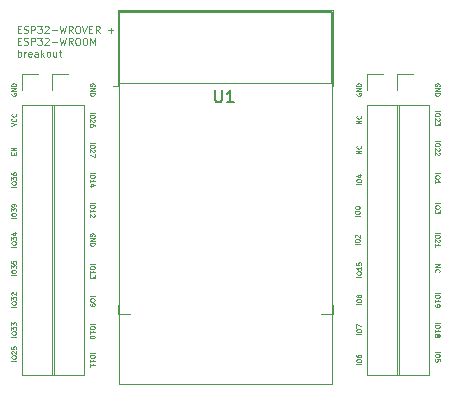
<source format=gto>
G04 #@! TF.GenerationSoftware,KiCad,Pcbnew,5.1.5*
G04 #@! TF.CreationDate,2020-04-27T00:38:35+01:00*
G04 #@! TF.ProjectId,esp32-wrover-breakout,65737033-322d-4777-926f-7665722d6272,rev?*
G04 #@! TF.SameCoordinates,Original*
G04 #@! TF.FileFunction,Legend,Top*
G04 #@! TF.FilePolarity,Positive*
%FSLAX46Y46*%
G04 Gerber Fmt 4.6, Leading zero omitted, Abs format (unit mm)*
G04 Created by KiCad (PCBNEW 5.1.5) date 2020-04-27 00:38:35*
%MOMM*%
%LPD*%
G04 APERTURE LIST*
%ADD10C,0.070000*%
%ADD11C,0.100000*%
%ADD12C,0.120000*%
%ADD13C,0.050000*%
%ADD14C,0.150000*%
G04 APERTURE END LIST*
D10*
X149533000Y-71424761D02*
X149513952Y-71462857D01*
X149513952Y-71520000D01*
X149533000Y-71577142D01*
X149571095Y-71615238D01*
X149609190Y-71634285D01*
X149685380Y-71653333D01*
X149742523Y-71653333D01*
X149818714Y-71634285D01*
X149856809Y-71615238D01*
X149894904Y-71577142D01*
X149913952Y-71520000D01*
X149913952Y-71481904D01*
X149894904Y-71424761D01*
X149875857Y-71405714D01*
X149742523Y-71405714D01*
X149742523Y-71481904D01*
X149913952Y-71234285D02*
X149513952Y-71234285D01*
X149913952Y-71005714D01*
X149513952Y-71005714D01*
X149913952Y-70815238D02*
X149513952Y-70815238D01*
X149513952Y-70720000D01*
X149533000Y-70662857D01*
X149571095Y-70624761D01*
X149609190Y-70605714D01*
X149685380Y-70586666D01*
X149742523Y-70586666D01*
X149818714Y-70605714D01*
X149856809Y-70624761D01*
X149894904Y-70662857D01*
X149913952Y-70720000D01*
X149913952Y-70815238D01*
X149913952Y-73974285D02*
X149513952Y-73974285D01*
X149913952Y-73745714D01*
X149513952Y-73745714D01*
X149875857Y-73326666D02*
X149894904Y-73345714D01*
X149913952Y-73402857D01*
X149913952Y-73440952D01*
X149894904Y-73498095D01*
X149856809Y-73536190D01*
X149818714Y-73555238D01*
X149742523Y-73574285D01*
X149685380Y-73574285D01*
X149609190Y-73555238D01*
X149571095Y-73536190D01*
X149533000Y-73498095D01*
X149513952Y-73440952D01*
X149513952Y-73402857D01*
X149533000Y-73345714D01*
X149552047Y-73326666D01*
X149913952Y-76514285D02*
X149513952Y-76514285D01*
X149913952Y-76285714D01*
X149513952Y-76285714D01*
X149875857Y-75866666D02*
X149894904Y-75885714D01*
X149913952Y-75942857D01*
X149913952Y-75980952D01*
X149894904Y-76038095D01*
X149856809Y-76076190D01*
X149818714Y-76095238D01*
X149742523Y-76114285D01*
X149685380Y-76114285D01*
X149609190Y-76095238D01*
X149571095Y-76076190D01*
X149533000Y-76038095D01*
X149513952Y-75980952D01*
X149513952Y-75942857D01*
X149533000Y-75885714D01*
X149552047Y-75866666D01*
X149913952Y-79140000D02*
X149513952Y-79140000D01*
X149513952Y-78873333D02*
X149513952Y-78797142D01*
X149533000Y-78759047D01*
X149571095Y-78720952D01*
X149647285Y-78701904D01*
X149780619Y-78701904D01*
X149856809Y-78720952D01*
X149894904Y-78759047D01*
X149913952Y-78797142D01*
X149913952Y-78873333D01*
X149894904Y-78911428D01*
X149856809Y-78949523D01*
X149780619Y-78968571D01*
X149647285Y-78968571D01*
X149571095Y-78949523D01*
X149533000Y-78911428D01*
X149513952Y-78873333D01*
X149647285Y-78359047D02*
X149913952Y-78359047D01*
X149494904Y-78454285D02*
X149780619Y-78549523D01*
X149780619Y-78301904D01*
X149786952Y-81807000D02*
X149386952Y-81807000D01*
X149386952Y-81540333D02*
X149386952Y-81464142D01*
X149406000Y-81426047D01*
X149444095Y-81387952D01*
X149520285Y-81368904D01*
X149653619Y-81368904D01*
X149729809Y-81387952D01*
X149767904Y-81426047D01*
X149786952Y-81464142D01*
X149786952Y-81540333D01*
X149767904Y-81578428D01*
X149729809Y-81616523D01*
X149653619Y-81635571D01*
X149520285Y-81635571D01*
X149444095Y-81616523D01*
X149406000Y-81578428D01*
X149386952Y-81540333D01*
X149386952Y-81121285D02*
X149386952Y-81083190D01*
X149406000Y-81045095D01*
X149425047Y-81026047D01*
X149463142Y-81007000D01*
X149539333Y-80987952D01*
X149634571Y-80987952D01*
X149710761Y-81007000D01*
X149748857Y-81026047D01*
X149767904Y-81045095D01*
X149786952Y-81083190D01*
X149786952Y-81121285D01*
X149767904Y-81159380D01*
X149748857Y-81178428D01*
X149710761Y-81197476D01*
X149634571Y-81216523D01*
X149539333Y-81216523D01*
X149463142Y-81197476D01*
X149425047Y-81178428D01*
X149406000Y-81159380D01*
X149386952Y-81121285D01*
X149786952Y-84220000D02*
X149386952Y-84220000D01*
X149386952Y-83953333D02*
X149386952Y-83877142D01*
X149406000Y-83839047D01*
X149444095Y-83800952D01*
X149520285Y-83781904D01*
X149653619Y-83781904D01*
X149729809Y-83800952D01*
X149767904Y-83839047D01*
X149786952Y-83877142D01*
X149786952Y-83953333D01*
X149767904Y-83991428D01*
X149729809Y-84029523D01*
X149653619Y-84048571D01*
X149520285Y-84048571D01*
X149444095Y-84029523D01*
X149406000Y-83991428D01*
X149386952Y-83953333D01*
X149425047Y-83629523D02*
X149406000Y-83610476D01*
X149386952Y-83572380D01*
X149386952Y-83477142D01*
X149406000Y-83439047D01*
X149425047Y-83420000D01*
X149463142Y-83400952D01*
X149501238Y-83400952D01*
X149558380Y-83420000D01*
X149786952Y-83648571D01*
X149786952Y-83400952D01*
X149913952Y-86950476D02*
X149513952Y-86950476D01*
X149513952Y-86683809D02*
X149513952Y-86607619D01*
X149533000Y-86569523D01*
X149571095Y-86531428D01*
X149647285Y-86512380D01*
X149780619Y-86512380D01*
X149856809Y-86531428D01*
X149894904Y-86569523D01*
X149913952Y-86607619D01*
X149913952Y-86683809D01*
X149894904Y-86721904D01*
X149856809Y-86760000D01*
X149780619Y-86779047D01*
X149647285Y-86779047D01*
X149571095Y-86760000D01*
X149533000Y-86721904D01*
X149513952Y-86683809D01*
X149913952Y-86131428D02*
X149913952Y-86360000D01*
X149913952Y-86245714D02*
X149513952Y-86245714D01*
X149571095Y-86283809D01*
X149609190Y-86321904D01*
X149628238Y-86360000D01*
X149513952Y-85769523D02*
X149513952Y-85960000D01*
X149704428Y-85979047D01*
X149685380Y-85960000D01*
X149666333Y-85921904D01*
X149666333Y-85826666D01*
X149685380Y-85788571D01*
X149704428Y-85769523D01*
X149742523Y-85750476D01*
X149837761Y-85750476D01*
X149875857Y-85769523D01*
X149894904Y-85788571D01*
X149913952Y-85826666D01*
X149913952Y-85921904D01*
X149894904Y-85960000D01*
X149875857Y-85979047D01*
X149913952Y-89300000D02*
X149513952Y-89300000D01*
X149513952Y-89033333D02*
X149513952Y-88957142D01*
X149533000Y-88919047D01*
X149571095Y-88880952D01*
X149647285Y-88861904D01*
X149780619Y-88861904D01*
X149856809Y-88880952D01*
X149894904Y-88919047D01*
X149913952Y-88957142D01*
X149913952Y-89033333D01*
X149894904Y-89071428D01*
X149856809Y-89109523D01*
X149780619Y-89128571D01*
X149647285Y-89128571D01*
X149571095Y-89109523D01*
X149533000Y-89071428D01*
X149513952Y-89033333D01*
X149685380Y-88633333D02*
X149666333Y-88671428D01*
X149647285Y-88690476D01*
X149609190Y-88709523D01*
X149590142Y-88709523D01*
X149552047Y-88690476D01*
X149533000Y-88671428D01*
X149513952Y-88633333D01*
X149513952Y-88557142D01*
X149533000Y-88519047D01*
X149552047Y-88500000D01*
X149590142Y-88480952D01*
X149609190Y-88480952D01*
X149647285Y-88500000D01*
X149666333Y-88519047D01*
X149685380Y-88557142D01*
X149685380Y-88633333D01*
X149704428Y-88671428D01*
X149723476Y-88690476D01*
X149761571Y-88709523D01*
X149837761Y-88709523D01*
X149875857Y-88690476D01*
X149894904Y-88671428D01*
X149913952Y-88633333D01*
X149913952Y-88557142D01*
X149894904Y-88519047D01*
X149875857Y-88500000D01*
X149837761Y-88480952D01*
X149761571Y-88480952D01*
X149723476Y-88500000D01*
X149704428Y-88519047D01*
X149685380Y-88557142D01*
X149913952Y-91840000D02*
X149513952Y-91840000D01*
X149513952Y-91573333D02*
X149513952Y-91497142D01*
X149533000Y-91459047D01*
X149571095Y-91420952D01*
X149647285Y-91401904D01*
X149780619Y-91401904D01*
X149856809Y-91420952D01*
X149894904Y-91459047D01*
X149913952Y-91497142D01*
X149913952Y-91573333D01*
X149894904Y-91611428D01*
X149856809Y-91649523D01*
X149780619Y-91668571D01*
X149647285Y-91668571D01*
X149571095Y-91649523D01*
X149533000Y-91611428D01*
X149513952Y-91573333D01*
X149513952Y-91268571D02*
X149513952Y-91001904D01*
X149913952Y-91173333D01*
X149913952Y-94380000D02*
X149513952Y-94380000D01*
X149513952Y-94113333D02*
X149513952Y-94037142D01*
X149533000Y-93999047D01*
X149571095Y-93960952D01*
X149647285Y-93941904D01*
X149780619Y-93941904D01*
X149856809Y-93960952D01*
X149894904Y-93999047D01*
X149913952Y-94037142D01*
X149913952Y-94113333D01*
X149894904Y-94151428D01*
X149856809Y-94189523D01*
X149780619Y-94208571D01*
X149647285Y-94208571D01*
X149571095Y-94189523D01*
X149533000Y-94151428D01*
X149513952Y-94113333D01*
X149513952Y-93599047D02*
X149513952Y-93675238D01*
X149533000Y-93713333D01*
X149552047Y-93732380D01*
X149609190Y-93770476D01*
X149685380Y-93789523D01*
X149837761Y-93789523D01*
X149875857Y-93770476D01*
X149894904Y-93751428D01*
X149913952Y-93713333D01*
X149913952Y-93637142D01*
X149894904Y-93599047D01*
X149875857Y-93580000D01*
X149837761Y-93560952D01*
X149742523Y-93560952D01*
X149704428Y-93580000D01*
X149685380Y-93599047D01*
X149666333Y-93637142D01*
X149666333Y-93713333D01*
X149685380Y-93751428D01*
X149704428Y-93770476D01*
X149742523Y-93789523D01*
X156156047Y-93326000D02*
X156556047Y-93326000D01*
X156556047Y-93592666D02*
X156556047Y-93668857D01*
X156537000Y-93706952D01*
X156498904Y-93745047D01*
X156422714Y-93764095D01*
X156289380Y-93764095D01*
X156213190Y-93745047D01*
X156175095Y-93706952D01*
X156156047Y-93668857D01*
X156156047Y-93592666D01*
X156175095Y-93554571D01*
X156213190Y-93516476D01*
X156289380Y-93497428D01*
X156422714Y-93497428D01*
X156498904Y-93516476D01*
X156537000Y-93554571D01*
X156556047Y-93592666D01*
X156556047Y-94126000D02*
X156556047Y-93935523D01*
X156365571Y-93916476D01*
X156384619Y-93935523D01*
X156403666Y-93973619D01*
X156403666Y-94068857D01*
X156384619Y-94106952D01*
X156365571Y-94126000D01*
X156327476Y-94145047D01*
X156232238Y-94145047D01*
X156194142Y-94126000D01*
X156175095Y-94106952D01*
X156156047Y-94068857D01*
X156156047Y-93973619D01*
X156175095Y-93935523D01*
X156194142Y-93916476D01*
X156156047Y-90849523D02*
X156556047Y-90849523D01*
X156556047Y-91116190D02*
X156556047Y-91192380D01*
X156537000Y-91230476D01*
X156498904Y-91268571D01*
X156422714Y-91287619D01*
X156289380Y-91287619D01*
X156213190Y-91268571D01*
X156175095Y-91230476D01*
X156156047Y-91192380D01*
X156156047Y-91116190D01*
X156175095Y-91078095D01*
X156213190Y-91040000D01*
X156289380Y-91020952D01*
X156422714Y-91020952D01*
X156498904Y-91040000D01*
X156537000Y-91078095D01*
X156556047Y-91116190D01*
X156156047Y-91668571D02*
X156156047Y-91440000D01*
X156156047Y-91554285D02*
X156556047Y-91554285D01*
X156498904Y-91516190D01*
X156460809Y-91478095D01*
X156441761Y-91440000D01*
X156384619Y-91897142D02*
X156403666Y-91859047D01*
X156422714Y-91840000D01*
X156460809Y-91820952D01*
X156479857Y-91820952D01*
X156517952Y-91840000D01*
X156537000Y-91859047D01*
X156556047Y-91897142D01*
X156556047Y-91973333D01*
X156537000Y-92011428D01*
X156517952Y-92030476D01*
X156479857Y-92049523D01*
X156460809Y-92049523D01*
X156422714Y-92030476D01*
X156403666Y-92011428D01*
X156384619Y-91973333D01*
X156384619Y-91897142D01*
X156365571Y-91859047D01*
X156346523Y-91840000D01*
X156308428Y-91820952D01*
X156232238Y-91820952D01*
X156194142Y-91840000D01*
X156175095Y-91859047D01*
X156156047Y-91897142D01*
X156156047Y-91973333D01*
X156175095Y-92011428D01*
X156194142Y-92030476D01*
X156232238Y-92049523D01*
X156308428Y-92049523D01*
X156346523Y-92030476D01*
X156365571Y-92011428D01*
X156384619Y-91973333D01*
X156156047Y-88309523D02*
X156556047Y-88309523D01*
X156556047Y-88576190D02*
X156556047Y-88652380D01*
X156537000Y-88690476D01*
X156498904Y-88728571D01*
X156422714Y-88747619D01*
X156289380Y-88747619D01*
X156213190Y-88728571D01*
X156175095Y-88690476D01*
X156156047Y-88652380D01*
X156156047Y-88576190D01*
X156175095Y-88538095D01*
X156213190Y-88500000D01*
X156289380Y-88480952D01*
X156422714Y-88480952D01*
X156498904Y-88500000D01*
X156537000Y-88538095D01*
X156556047Y-88576190D01*
X156156047Y-89128571D02*
X156156047Y-88900000D01*
X156156047Y-89014285D02*
X156556047Y-89014285D01*
X156498904Y-88976190D01*
X156460809Y-88938095D01*
X156441761Y-88900000D01*
X156156047Y-89319047D02*
X156156047Y-89395238D01*
X156175095Y-89433333D01*
X156194142Y-89452380D01*
X156251285Y-89490476D01*
X156327476Y-89509523D01*
X156479857Y-89509523D01*
X156517952Y-89490476D01*
X156537000Y-89471428D01*
X156556047Y-89433333D01*
X156556047Y-89357142D01*
X156537000Y-89319047D01*
X156517952Y-89300000D01*
X156479857Y-89280952D01*
X156384619Y-89280952D01*
X156346523Y-89300000D01*
X156327476Y-89319047D01*
X156308428Y-89357142D01*
X156308428Y-89433333D01*
X156327476Y-89471428D01*
X156346523Y-89490476D01*
X156384619Y-89509523D01*
X156156047Y-85918714D02*
X156556047Y-85918714D01*
X156156047Y-86147285D01*
X156556047Y-86147285D01*
X156194142Y-86566333D02*
X156175095Y-86547285D01*
X156156047Y-86490142D01*
X156156047Y-86452047D01*
X156175095Y-86394904D01*
X156213190Y-86356809D01*
X156251285Y-86337761D01*
X156327476Y-86318714D01*
X156384619Y-86318714D01*
X156460809Y-86337761D01*
X156498904Y-86356809D01*
X156537000Y-86394904D01*
X156556047Y-86452047D01*
X156556047Y-86490142D01*
X156537000Y-86547285D01*
X156517952Y-86566333D01*
X156156047Y-83229523D02*
X156556047Y-83229523D01*
X156556047Y-83496190D02*
X156556047Y-83572380D01*
X156537000Y-83610476D01*
X156498904Y-83648571D01*
X156422714Y-83667619D01*
X156289380Y-83667619D01*
X156213190Y-83648571D01*
X156175095Y-83610476D01*
X156156047Y-83572380D01*
X156156047Y-83496190D01*
X156175095Y-83458095D01*
X156213190Y-83420000D01*
X156289380Y-83400952D01*
X156422714Y-83400952D01*
X156498904Y-83420000D01*
X156537000Y-83458095D01*
X156556047Y-83496190D01*
X156517952Y-83820000D02*
X156537000Y-83839047D01*
X156556047Y-83877142D01*
X156556047Y-83972380D01*
X156537000Y-84010476D01*
X156517952Y-84029523D01*
X156479857Y-84048571D01*
X156441761Y-84048571D01*
X156384619Y-84029523D01*
X156156047Y-83800952D01*
X156156047Y-84048571D01*
X156156047Y-84429523D02*
X156156047Y-84200952D01*
X156156047Y-84315238D02*
X156556047Y-84315238D01*
X156498904Y-84277142D01*
X156460809Y-84239047D01*
X156441761Y-84200952D01*
X156156047Y-80753000D02*
X156556047Y-80753000D01*
X156556047Y-81019666D02*
X156556047Y-81095857D01*
X156537000Y-81133952D01*
X156498904Y-81172047D01*
X156422714Y-81191095D01*
X156289380Y-81191095D01*
X156213190Y-81172047D01*
X156175095Y-81133952D01*
X156156047Y-81095857D01*
X156156047Y-81019666D01*
X156175095Y-80981571D01*
X156213190Y-80943476D01*
X156289380Y-80924428D01*
X156422714Y-80924428D01*
X156498904Y-80943476D01*
X156537000Y-80981571D01*
X156556047Y-81019666D01*
X156556047Y-81324428D02*
X156556047Y-81572047D01*
X156403666Y-81438714D01*
X156403666Y-81495857D01*
X156384619Y-81533952D01*
X156365571Y-81553000D01*
X156327476Y-81572047D01*
X156232238Y-81572047D01*
X156194142Y-81553000D01*
X156175095Y-81533952D01*
X156156047Y-81495857D01*
X156156047Y-81381571D01*
X156175095Y-81343476D01*
X156194142Y-81324428D01*
X156156047Y-78213000D02*
X156556047Y-78213000D01*
X156556047Y-78479666D02*
X156556047Y-78555857D01*
X156537000Y-78593952D01*
X156498904Y-78632047D01*
X156422714Y-78651095D01*
X156289380Y-78651095D01*
X156213190Y-78632047D01*
X156175095Y-78593952D01*
X156156047Y-78555857D01*
X156156047Y-78479666D01*
X156175095Y-78441571D01*
X156213190Y-78403476D01*
X156289380Y-78384428D01*
X156422714Y-78384428D01*
X156498904Y-78403476D01*
X156537000Y-78441571D01*
X156556047Y-78479666D01*
X156156047Y-79032047D02*
X156156047Y-78803476D01*
X156156047Y-78917761D02*
X156556047Y-78917761D01*
X156498904Y-78879666D01*
X156460809Y-78841571D01*
X156441761Y-78803476D01*
X156156047Y-75482523D02*
X156556047Y-75482523D01*
X156556047Y-75749190D02*
X156556047Y-75825380D01*
X156537000Y-75863476D01*
X156498904Y-75901571D01*
X156422714Y-75920619D01*
X156289380Y-75920619D01*
X156213190Y-75901571D01*
X156175095Y-75863476D01*
X156156047Y-75825380D01*
X156156047Y-75749190D01*
X156175095Y-75711095D01*
X156213190Y-75673000D01*
X156289380Y-75653952D01*
X156422714Y-75653952D01*
X156498904Y-75673000D01*
X156537000Y-75711095D01*
X156556047Y-75749190D01*
X156517952Y-76073000D02*
X156537000Y-76092047D01*
X156556047Y-76130142D01*
X156556047Y-76225380D01*
X156537000Y-76263476D01*
X156517952Y-76282523D01*
X156479857Y-76301571D01*
X156441761Y-76301571D01*
X156384619Y-76282523D01*
X156156047Y-76053952D01*
X156156047Y-76301571D01*
X156517952Y-76453952D02*
X156537000Y-76473000D01*
X156556047Y-76511095D01*
X156556047Y-76606333D01*
X156537000Y-76644428D01*
X156517952Y-76663476D01*
X156479857Y-76682523D01*
X156441761Y-76682523D01*
X156384619Y-76663476D01*
X156156047Y-76434904D01*
X156156047Y-76682523D01*
X156156047Y-72942523D02*
X156556047Y-72942523D01*
X156556047Y-73209190D02*
X156556047Y-73285380D01*
X156537000Y-73323476D01*
X156498904Y-73361571D01*
X156422714Y-73380619D01*
X156289380Y-73380619D01*
X156213190Y-73361571D01*
X156175095Y-73323476D01*
X156156047Y-73285380D01*
X156156047Y-73209190D01*
X156175095Y-73171095D01*
X156213190Y-73133000D01*
X156289380Y-73113952D01*
X156422714Y-73113952D01*
X156498904Y-73133000D01*
X156537000Y-73171095D01*
X156556047Y-73209190D01*
X156517952Y-73533000D02*
X156537000Y-73552047D01*
X156556047Y-73590142D01*
X156556047Y-73685380D01*
X156537000Y-73723476D01*
X156517952Y-73742523D01*
X156479857Y-73761571D01*
X156441761Y-73761571D01*
X156384619Y-73742523D01*
X156156047Y-73513952D01*
X156156047Y-73761571D01*
X156556047Y-73894904D02*
X156556047Y-74142523D01*
X156403666Y-74009190D01*
X156403666Y-74066333D01*
X156384619Y-74104428D01*
X156365571Y-74123476D01*
X156327476Y-74142523D01*
X156232238Y-74142523D01*
X156194142Y-74123476D01*
X156175095Y-74104428D01*
X156156047Y-74066333D01*
X156156047Y-73952047D01*
X156175095Y-73913952D01*
X156194142Y-73894904D01*
X156537000Y-70815238D02*
X156556047Y-70777142D01*
X156556047Y-70720000D01*
X156537000Y-70662857D01*
X156498904Y-70624761D01*
X156460809Y-70605714D01*
X156384619Y-70586666D01*
X156327476Y-70586666D01*
X156251285Y-70605714D01*
X156213190Y-70624761D01*
X156175095Y-70662857D01*
X156156047Y-70720000D01*
X156156047Y-70758095D01*
X156175095Y-70815238D01*
X156194142Y-70834285D01*
X156327476Y-70834285D01*
X156327476Y-70758095D01*
X156156047Y-71005714D02*
X156556047Y-71005714D01*
X156156047Y-71234285D01*
X156556047Y-71234285D01*
X156156047Y-71424761D02*
X156556047Y-71424761D01*
X156556047Y-71520000D01*
X156537000Y-71577142D01*
X156498904Y-71615238D01*
X156460809Y-71634285D01*
X156384619Y-71653333D01*
X156327476Y-71653333D01*
X156251285Y-71634285D01*
X156213190Y-71615238D01*
X156175095Y-71577142D01*
X156156047Y-71520000D01*
X156156047Y-71424761D01*
X127327000Y-70815238D02*
X127346047Y-70777142D01*
X127346047Y-70720000D01*
X127327000Y-70662857D01*
X127288904Y-70624761D01*
X127250809Y-70605714D01*
X127174619Y-70586666D01*
X127117476Y-70586666D01*
X127041285Y-70605714D01*
X127003190Y-70624761D01*
X126965095Y-70662857D01*
X126946047Y-70720000D01*
X126946047Y-70758095D01*
X126965095Y-70815238D01*
X126984142Y-70834285D01*
X127117476Y-70834285D01*
X127117476Y-70758095D01*
X126946047Y-71005714D02*
X127346047Y-71005714D01*
X126946047Y-71234285D01*
X127346047Y-71234285D01*
X126946047Y-71424761D02*
X127346047Y-71424761D01*
X127346047Y-71520000D01*
X127327000Y-71577142D01*
X127288904Y-71615238D01*
X127250809Y-71634285D01*
X127174619Y-71653333D01*
X127117476Y-71653333D01*
X127041285Y-71634285D01*
X127003190Y-71615238D01*
X126965095Y-71577142D01*
X126946047Y-71520000D01*
X126946047Y-71424761D01*
X126946047Y-73069523D02*
X127346047Y-73069523D01*
X127346047Y-73336190D02*
X127346047Y-73412380D01*
X127327000Y-73450476D01*
X127288904Y-73488571D01*
X127212714Y-73507619D01*
X127079380Y-73507619D01*
X127003190Y-73488571D01*
X126965095Y-73450476D01*
X126946047Y-73412380D01*
X126946047Y-73336190D01*
X126965095Y-73298095D01*
X127003190Y-73260000D01*
X127079380Y-73240952D01*
X127212714Y-73240952D01*
X127288904Y-73260000D01*
X127327000Y-73298095D01*
X127346047Y-73336190D01*
X127307952Y-73660000D02*
X127327000Y-73679047D01*
X127346047Y-73717142D01*
X127346047Y-73812380D01*
X127327000Y-73850476D01*
X127307952Y-73869523D01*
X127269857Y-73888571D01*
X127231761Y-73888571D01*
X127174619Y-73869523D01*
X126946047Y-73640952D01*
X126946047Y-73888571D01*
X127346047Y-74231428D02*
X127346047Y-74155238D01*
X127327000Y-74117142D01*
X127307952Y-74098095D01*
X127250809Y-74060000D01*
X127174619Y-74040952D01*
X127022238Y-74040952D01*
X126984142Y-74060000D01*
X126965095Y-74079047D01*
X126946047Y-74117142D01*
X126946047Y-74193333D01*
X126965095Y-74231428D01*
X126984142Y-74250476D01*
X127022238Y-74269523D01*
X127117476Y-74269523D01*
X127155571Y-74250476D01*
X127174619Y-74231428D01*
X127193666Y-74193333D01*
X127193666Y-74117142D01*
X127174619Y-74079047D01*
X127155571Y-74060000D01*
X127117476Y-74040952D01*
X126946047Y-75609523D02*
X127346047Y-75609523D01*
X127346047Y-75876190D02*
X127346047Y-75952380D01*
X127327000Y-75990476D01*
X127288904Y-76028571D01*
X127212714Y-76047619D01*
X127079380Y-76047619D01*
X127003190Y-76028571D01*
X126965095Y-75990476D01*
X126946047Y-75952380D01*
X126946047Y-75876190D01*
X126965095Y-75838095D01*
X127003190Y-75800000D01*
X127079380Y-75780952D01*
X127212714Y-75780952D01*
X127288904Y-75800000D01*
X127327000Y-75838095D01*
X127346047Y-75876190D01*
X127307952Y-76200000D02*
X127327000Y-76219047D01*
X127346047Y-76257142D01*
X127346047Y-76352380D01*
X127327000Y-76390476D01*
X127307952Y-76409523D01*
X127269857Y-76428571D01*
X127231761Y-76428571D01*
X127174619Y-76409523D01*
X126946047Y-76180952D01*
X126946047Y-76428571D01*
X127346047Y-76561904D02*
X127346047Y-76828571D01*
X126946047Y-76657142D01*
X126946047Y-78149523D02*
X127346047Y-78149523D01*
X127346047Y-78416190D02*
X127346047Y-78492380D01*
X127327000Y-78530476D01*
X127288904Y-78568571D01*
X127212714Y-78587619D01*
X127079380Y-78587619D01*
X127003190Y-78568571D01*
X126965095Y-78530476D01*
X126946047Y-78492380D01*
X126946047Y-78416190D01*
X126965095Y-78378095D01*
X127003190Y-78340000D01*
X127079380Y-78320952D01*
X127212714Y-78320952D01*
X127288904Y-78340000D01*
X127327000Y-78378095D01*
X127346047Y-78416190D01*
X126946047Y-78968571D02*
X126946047Y-78740000D01*
X126946047Y-78854285D02*
X127346047Y-78854285D01*
X127288904Y-78816190D01*
X127250809Y-78778095D01*
X127231761Y-78740000D01*
X127212714Y-79311428D02*
X126946047Y-79311428D01*
X127365095Y-79216190D02*
X127079380Y-79120952D01*
X127079380Y-79368571D01*
X126946047Y-80689523D02*
X127346047Y-80689523D01*
X127346047Y-80956190D02*
X127346047Y-81032380D01*
X127327000Y-81070476D01*
X127288904Y-81108571D01*
X127212714Y-81127619D01*
X127079380Y-81127619D01*
X127003190Y-81108571D01*
X126965095Y-81070476D01*
X126946047Y-81032380D01*
X126946047Y-80956190D01*
X126965095Y-80918095D01*
X127003190Y-80880000D01*
X127079380Y-80860952D01*
X127212714Y-80860952D01*
X127288904Y-80880000D01*
X127327000Y-80918095D01*
X127346047Y-80956190D01*
X126946047Y-81508571D02*
X126946047Y-81280000D01*
X126946047Y-81394285D02*
X127346047Y-81394285D01*
X127288904Y-81356190D01*
X127250809Y-81318095D01*
X127231761Y-81280000D01*
X127307952Y-81660952D02*
X127327000Y-81680000D01*
X127346047Y-81718095D01*
X127346047Y-81813333D01*
X127327000Y-81851428D01*
X127307952Y-81870476D01*
X127269857Y-81889523D01*
X127231761Y-81889523D01*
X127174619Y-81870476D01*
X126946047Y-81641904D01*
X126946047Y-81889523D01*
X127327000Y-83515238D02*
X127346047Y-83477142D01*
X127346047Y-83420000D01*
X127327000Y-83362857D01*
X127288904Y-83324761D01*
X127250809Y-83305714D01*
X127174619Y-83286666D01*
X127117476Y-83286666D01*
X127041285Y-83305714D01*
X127003190Y-83324761D01*
X126965095Y-83362857D01*
X126946047Y-83420000D01*
X126946047Y-83458095D01*
X126965095Y-83515238D01*
X126984142Y-83534285D01*
X127117476Y-83534285D01*
X127117476Y-83458095D01*
X126946047Y-83705714D02*
X127346047Y-83705714D01*
X126946047Y-83934285D01*
X127346047Y-83934285D01*
X126946047Y-84124761D02*
X127346047Y-84124761D01*
X127346047Y-84220000D01*
X127327000Y-84277142D01*
X127288904Y-84315238D01*
X127250809Y-84334285D01*
X127174619Y-84353333D01*
X127117476Y-84353333D01*
X127041285Y-84334285D01*
X127003190Y-84315238D01*
X126965095Y-84277142D01*
X126946047Y-84220000D01*
X126946047Y-84124761D01*
X126946047Y-85896523D02*
X127346047Y-85896523D01*
X127346047Y-86163190D02*
X127346047Y-86239380D01*
X127327000Y-86277476D01*
X127288904Y-86315571D01*
X127212714Y-86334619D01*
X127079380Y-86334619D01*
X127003190Y-86315571D01*
X126965095Y-86277476D01*
X126946047Y-86239380D01*
X126946047Y-86163190D01*
X126965095Y-86125095D01*
X127003190Y-86087000D01*
X127079380Y-86067952D01*
X127212714Y-86067952D01*
X127288904Y-86087000D01*
X127327000Y-86125095D01*
X127346047Y-86163190D01*
X126946047Y-86715571D02*
X126946047Y-86487000D01*
X126946047Y-86601285D02*
X127346047Y-86601285D01*
X127288904Y-86563190D01*
X127250809Y-86525095D01*
X127231761Y-86487000D01*
X127346047Y-86848904D02*
X127346047Y-87096523D01*
X127193666Y-86963190D01*
X127193666Y-87020333D01*
X127174619Y-87058428D01*
X127155571Y-87077476D01*
X127117476Y-87096523D01*
X127022238Y-87096523D01*
X126984142Y-87077476D01*
X126965095Y-87058428D01*
X126946047Y-87020333D01*
X126946047Y-86906047D01*
X126965095Y-86867952D01*
X126984142Y-86848904D01*
X126946047Y-88627000D02*
X127346047Y-88627000D01*
X127346047Y-88893666D02*
X127346047Y-88969857D01*
X127327000Y-89007952D01*
X127288904Y-89046047D01*
X127212714Y-89065095D01*
X127079380Y-89065095D01*
X127003190Y-89046047D01*
X126965095Y-89007952D01*
X126946047Y-88969857D01*
X126946047Y-88893666D01*
X126965095Y-88855571D01*
X127003190Y-88817476D01*
X127079380Y-88798428D01*
X127212714Y-88798428D01*
X127288904Y-88817476D01*
X127327000Y-88855571D01*
X127346047Y-88893666D01*
X126946047Y-89255571D02*
X126946047Y-89331761D01*
X126965095Y-89369857D01*
X126984142Y-89388904D01*
X127041285Y-89427000D01*
X127117476Y-89446047D01*
X127269857Y-89446047D01*
X127307952Y-89427000D01*
X127327000Y-89407952D01*
X127346047Y-89369857D01*
X127346047Y-89293666D01*
X127327000Y-89255571D01*
X127307952Y-89236523D01*
X127269857Y-89217476D01*
X127174619Y-89217476D01*
X127136523Y-89236523D01*
X127117476Y-89255571D01*
X127098428Y-89293666D01*
X127098428Y-89369857D01*
X127117476Y-89407952D01*
X127136523Y-89427000D01*
X127174619Y-89446047D01*
X126946047Y-90976523D02*
X127346047Y-90976523D01*
X127346047Y-91243190D02*
X127346047Y-91319380D01*
X127327000Y-91357476D01*
X127288904Y-91395571D01*
X127212714Y-91414619D01*
X127079380Y-91414619D01*
X127003190Y-91395571D01*
X126965095Y-91357476D01*
X126946047Y-91319380D01*
X126946047Y-91243190D01*
X126965095Y-91205095D01*
X127003190Y-91167000D01*
X127079380Y-91147952D01*
X127212714Y-91147952D01*
X127288904Y-91167000D01*
X127327000Y-91205095D01*
X127346047Y-91243190D01*
X126946047Y-91795571D02*
X126946047Y-91567000D01*
X126946047Y-91681285D02*
X127346047Y-91681285D01*
X127288904Y-91643190D01*
X127250809Y-91605095D01*
X127231761Y-91567000D01*
X127346047Y-92043190D02*
X127346047Y-92081285D01*
X127327000Y-92119380D01*
X127307952Y-92138428D01*
X127269857Y-92157476D01*
X127193666Y-92176523D01*
X127098428Y-92176523D01*
X127022238Y-92157476D01*
X126984142Y-92138428D01*
X126965095Y-92119380D01*
X126946047Y-92081285D01*
X126946047Y-92043190D01*
X126965095Y-92005095D01*
X126984142Y-91986047D01*
X127022238Y-91967000D01*
X127098428Y-91947952D01*
X127193666Y-91947952D01*
X127269857Y-91967000D01*
X127307952Y-91986047D01*
X127327000Y-92005095D01*
X127346047Y-92043190D01*
X126946047Y-93389523D02*
X127346047Y-93389523D01*
X127346047Y-93656190D02*
X127346047Y-93732380D01*
X127327000Y-93770476D01*
X127288904Y-93808571D01*
X127212714Y-93827619D01*
X127079380Y-93827619D01*
X127003190Y-93808571D01*
X126965095Y-93770476D01*
X126946047Y-93732380D01*
X126946047Y-93656190D01*
X126965095Y-93618095D01*
X127003190Y-93580000D01*
X127079380Y-93560952D01*
X127212714Y-93560952D01*
X127288904Y-93580000D01*
X127327000Y-93618095D01*
X127346047Y-93656190D01*
X126946047Y-94208571D02*
X126946047Y-93980000D01*
X126946047Y-94094285D02*
X127346047Y-94094285D01*
X127288904Y-94056190D01*
X127250809Y-94018095D01*
X127231761Y-93980000D01*
X126946047Y-94589523D02*
X126946047Y-94360952D01*
X126946047Y-94475238D02*
X127346047Y-94475238D01*
X127288904Y-94437142D01*
X127250809Y-94399047D01*
X127231761Y-94360952D01*
X120703952Y-94062476D02*
X120303952Y-94062476D01*
X120303952Y-93795809D02*
X120303952Y-93719619D01*
X120323000Y-93681523D01*
X120361095Y-93643428D01*
X120437285Y-93624380D01*
X120570619Y-93624380D01*
X120646809Y-93643428D01*
X120684904Y-93681523D01*
X120703952Y-93719619D01*
X120703952Y-93795809D01*
X120684904Y-93833904D01*
X120646809Y-93872000D01*
X120570619Y-93891047D01*
X120437285Y-93891047D01*
X120361095Y-93872000D01*
X120323000Y-93833904D01*
X120303952Y-93795809D01*
X120342047Y-93472000D02*
X120323000Y-93452952D01*
X120303952Y-93414857D01*
X120303952Y-93319619D01*
X120323000Y-93281523D01*
X120342047Y-93262476D01*
X120380142Y-93243428D01*
X120418238Y-93243428D01*
X120475380Y-93262476D01*
X120703952Y-93491047D01*
X120703952Y-93243428D01*
X120303952Y-92881523D02*
X120303952Y-93072000D01*
X120494428Y-93091047D01*
X120475380Y-93072000D01*
X120456333Y-93033904D01*
X120456333Y-92938666D01*
X120475380Y-92900571D01*
X120494428Y-92881523D01*
X120532523Y-92862476D01*
X120627761Y-92862476D01*
X120665857Y-92881523D01*
X120684904Y-92900571D01*
X120703952Y-92938666D01*
X120703952Y-93033904D01*
X120684904Y-93072000D01*
X120665857Y-93091047D01*
X120703952Y-92030476D02*
X120303952Y-92030476D01*
X120303952Y-91763809D02*
X120303952Y-91687619D01*
X120323000Y-91649523D01*
X120361095Y-91611428D01*
X120437285Y-91592380D01*
X120570619Y-91592380D01*
X120646809Y-91611428D01*
X120684904Y-91649523D01*
X120703952Y-91687619D01*
X120703952Y-91763809D01*
X120684904Y-91801904D01*
X120646809Y-91840000D01*
X120570619Y-91859047D01*
X120437285Y-91859047D01*
X120361095Y-91840000D01*
X120323000Y-91801904D01*
X120303952Y-91763809D01*
X120303952Y-91459047D02*
X120303952Y-91211428D01*
X120456333Y-91344761D01*
X120456333Y-91287619D01*
X120475380Y-91249523D01*
X120494428Y-91230476D01*
X120532523Y-91211428D01*
X120627761Y-91211428D01*
X120665857Y-91230476D01*
X120684904Y-91249523D01*
X120703952Y-91287619D01*
X120703952Y-91401904D01*
X120684904Y-91440000D01*
X120665857Y-91459047D01*
X120303952Y-91078095D02*
X120303952Y-90830476D01*
X120456333Y-90963809D01*
X120456333Y-90906666D01*
X120475380Y-90868571D01*
X120494428Y-90849523D01*
X120532523Y-90830476D01*
X120627761Y-90830476D01*
X120665857Y-90849523D01*
X120684904Y-90868571D01*
X120703952Y-90906666D01*
X120703952Y-91020952D01*
X120684904Y-91059047D01*
X120665857Y-91078095D01*
X120703952Y-89490476D02*
X120303952Y-89490476D01*
X120303952Y-89223809D02*
X120303952Y-89147619D01*
X120323000Y-89109523D01*
X120361095Y-89071428D01*
X120437285Y-89052380D01*
X120570619Y-89052380D01*
X120646809Y-89071428D01*
X120684904Y-89109523D01*
X120703952Y-89147619D01*
X120703952Y-89223809D01*
X120684904Y-89261904D01*
X120646809Y-89300000D01*
X120570619Y-89319047D01*
X120437285Y-89319047D01*
X120361095Y-89300000D01*
X120323000Y-89261904D01*
X120303952Y-89223809D01*
X120303952Y-88919047D02*
X120303952Y-88671428D01*
X120456333Y-88804761D01*
X120456333Y-88747619D01*
X120475380Y-88709523D01*
X120494428Y-88690476D01*
X120532523Y-88671428D01*
X120627761Y-88671428D01*
X120665857Y-88690476D01*
X120684904Y-88709523D01*
X120703952Y-88747619D01*
X120703952Y-88861904D01*
X120684904Y-88900000D01*
X120665857Y-88919047D01*
X120342047Y-88519047D02*
X120323000Y-88500000D01*
X120303952Y-88461904D01*
X120303952Y-88366666D01*
X120323000Y-88328571D01*
X120342047Y-88309523D01*
X120380142Y-88290476D01*
X120418238Y-88290476D01*
X120475380Y-88309523D01*
X120703952Y-88538095D01*
X120703952Y-88290476D01*
X120703952Y-86823476D02*
X120303952Y-86823476D01*
X120303952Y-86556809D02*
X120303952Y-86480619D01*
X120323000Y-86442523D01*
X120361095Y-86404428D01*
X120437285Y-86385380D01*
X120570619Y-86385380D01*
X120646809Y-86404428D01*
X120684904Y-86442523D01*
X120703952Y-86480619D01*
X120703952Y-86556809D01*
X120684904Y-86594904D01*
X120646809Y-86633000D01*
X120570619Y-86652047D01*
X120437285Y-86652047D01*
X120361095Y-86633000D01*
X120323000Y-86594904D01*
X120303952Y-86556809D01*
X120303952Y-86252047D02*
X120303952Y-86004428D01*
X120456333Y-86137761D01*
X120456333Y-86080619D01*
X120475380Y-86042523D01*
X120494428Y-86023476D01*
X120532523Y-86004428D01*
X120627761Y-86004428D01*
X120665857Y-86023476D01*
X120684904Y-86042523D01*
X120703952Y-86080619D01*
X120703952Y-86194904D01*
X120684904Y-86233000D01*
X120665857Y-86252047D01*
X120303952Y-85642523D02*
X120303952Y-85833000D01*
X120494428Y-85852047D01*
X120475380Y-85833000D01*
X120456333Y-85794904D01*
X120456333Y-85699666D01*
X120475380Y-85661571D01*
X120494428Y-85642523D01*
X120532523Y-85623476D01*
X120627761Y-85623476D01*
X120665857Y-85642523D01*
X120684904Y-85661571D01*
X120703952Y-85699666D01*
X120703952Y-85794904D01*
X120684904Y-85833000D01*
X120665857Y-85852047D01*
X120703952Y-84410476D02*
X120303952Y-84410476D01*
X120303952Y-84143809D02*
X120303952Y-84067619D01*
X120323000Y-84029523D01*
X120361095Y-83991428D01*
X120437285Y-83972380D01*
X120570619Y-83972380D01*
X120646809Y-83991428D01*
X120684904Y-84029523D01*
X120703952Y-84067619D01*
X120703952Y-84143809D01*
X120684904Y-84181904D01*
X120646809Y-84220000D01*
X120570619Y-84239047D01*
X120437285Y-84239047D01*
X120361095Y-84220000D01*
X120323000Y-84181904D01*
X120303952Y-84143809D01*
X120303952Y-83839047D02*
X120303952Y-83591428D01*
X120456333Y-83724761D01*
X120456333Y-83667619D01*
X120475380Y-83629523D01*
X120494428Y-83610476D01*
X120532523Y-83591428D01*
X120627761Y-83591428D01*
X120665857Y-83610476D01*
X120684904Y-83629523D01*
X120703952Y-83667619D01*
X120703952Y-83781904D01*
X120684904Y-83820000D01*
X120665857Y-83839047D01*
X120437285Y-83248571D02*
X120703952Y-83248571D01*
X120284904Y-83343809D02*
X120570619Y-83439047D01*
X120570619Y-83191428D01*
X120703952Y-81997476D02*
X120303952Y-81997476D01*
X120303952Y-81730809D02*
X120303952Y-81654619D01*
X120323000Y-81616523D01*
X120361095Y-81578428D01*
X120437285Y-81559380D01*
X120570619Y-81559380D01*
X120646809Y-81578428D01*
X120684904Y-81616523D01*
X120703952Y-81654619D01*
X120703952Y-81730809D01*
X120684904Y-81768904D01*
X120646809Y-81807000D01*
X120570619Y-81826047D01*
X120437285Y-81826047D01*
X120361095Y-81807000D01*
X120323000Y-81768904D01*
X120303952Y-81730809D01*
X120303952Y-81426047D02*
X120303952Y-81178428D01*
X120456333Y-81311761D01*
X120456333Y-81254619D01*
X120475380Y-81216523D01*
X120494428Y-81197476D01*
X120532523Y-81178428D01*
X120627761Y-81178428D01*
X120665857Y-81197476D01*
X120684904Y-81216523D01*
X120703952Y-81254619D01*
X120703952Y-81368904D01*
X120684904Y-81407000D01*
X120665857Y-81426047D01*
X120703952Y-80987952D02*
X120703952Y-80911761D01*
X120684904Y-80873666D01*
X120665857Y-80854619D01*
X120608714Y-80816523D01*
X120532523Y-80797476D01*
X120380142Y-80797476D01*
X120342047Y-80816523D01*
X120323000Y-80835571D01*
X120303952Y-80873666D01*
X120303952Y-80949857D01*
X120323000Y-80987952D01*
X120342047Y-81007000D01*
X120380142Y-81026047D01*
X120475380Y-81026047D01*
X120513476Y-81007000D01*
X120532523Y-80987952D01*
X120551571Y-80949857D01*
X120551571Y-80873666D01*
X120532523Y-80835571D01*
X120513476Y-80816523D01*
X120475380Y-80797476D01*
X120703952Y-79330476D02*
X120303952Y-79330476D01*
X120303952Y-79063809D02*
X120303952Y-78987619D01*
X120323000Y-78949523D01*
X120361095Y-78911428D01*
X120437285Y-78892380D01*
X120570619Y-78892380D01*
X120646809Y-78911428D01*
X120684904Y-78949523D01*
X120703952Y-78987619D01*
X120703952Y-79063809D01*
X120684904Y-79101904D01*
X120646809Y-79140000D01*
X120570619Y-79159047D01*
X120437285Y-79159047D01*
X120361095Y-79140000D01*
X120323000Y-79101904D01*
X120303952Y-79063809D01*
X120303952Y-78759047D02*
X120303952Y-78511428D01*
X120456333Y-78644761D01*
X120456333Y-78587619D01*
X120475380Y-78549523D01*
X120494428Y-78530476D01*
X120532523Y-78511428D01*
X120627761Y-78511428D01*
X120665857Y-78530476D01*
X120684904Y-78549523D01*
X120703952Y-78587619D01*
X120703952Y-78701904D01*
X120684904Y-78740000D01*
X120665857Y-78759047D01*
X120303952Y-78168571D02*
X120303952Y-78244761D01*
X120323000Y-78282857D01*
X120342047Y-78301904D01*
X120399190Y-78340000D01*
X120475380Y-78359047D01*
X120627761Y-78359047D01*
X120665857Y-78340000D01*
X120684904Y-78320952D01*
X120703952Y-78282857D01*
X120703952Y-78206666D01*
X120684904Y-78168571D01*
X120665857Y-78149523D01*
X120627761Y-78130476D01*
X120532523Y-78130476D01*
X120494428Y-78149523D01*
X120475380Y-78168571D01*
X120456333Y-78206666D01*
X120456333Y-78282857D01*
X120475380Y-78320952D01*
X120494428Y-78340000D01*
X120532523Y-78359047D01*
X120494428Y-76622238D02*
X120494428Y-76488904D01*
X120703952Y-76431761D02*
X120703952Y-76622238D01*
X120303952Y-76622238D01*
X120303952Y-76431761D01*
X120703952Y-76260333D02*
X120303952Y-76260333D01*
X120703952Y-76031761D01*
X120303952Y-76031761D01*
X120303952Y-74193333D02*
X120703952Y-74060000D01*
X120303952Y-73926666D01*
X120665857Y-73564761D02*
X120684904Y-73583809D01*
X120703952Y-73640952D01*
X120703952Y-73679047D01*
X120684904Y-73736190D01*
X120646809Y-73774285D01*
X120608714Y-73793333D01*
X120532523Y-73812380D01*
X120475380Y-73812380D01*
X120399190Y-73793333D01*
X120361095Y-73774285D01*
X120323000Y-73736190D01*
X120303952Y-73679047D01*
X120303952Y-73640952D01*
X120323000Y-73583809D01*
X120342047Y-73564761D01*
X120665857Y-73164761D02*
X120684904Y-73183809D01*
X120703952Y-73240952D01*
X120703952Y-73279047D01*
X120684904Y-73336190D01*
X120646809Y-73374285D01*
X120608714Y-73393333D01*
X120532523Y-73412380D01*
X120475380Y-73412380D01*
X120399190Y-73393333D01*
X120361095Y-73374285D01*
X120323000Y-73336190D01*
X120303952Y-73279047D01*
X120303952Y-73240952D01*
X120323000Y-73183809D01*
X120342047Y-73164761D01*
X120323000Y-71424761D02*
X120303952Y-71462857D01*
X120303952Y-71520000D01*
X120323000Y-71577142D01*
X120361095Y-71615238D01*
X120399190Y-71634285D01*
X120475380Y-71653333D01*
X120532523Y-71653333D01*
X120608714Y-71634285D01*
X120646809Y-71615238D01*
X120684904Y-71577142D01*
X120703952Y-71520000D01*
X120703952Y-71481904D01*
X120684904Y-71424761D01*
X120665857Y-71405714D01*
X120532523Y-71405714D01*
X120532523Y-71481904D01*
X120703952Y-71234285D02*
X120303952Y-71234285D01*
X120703952Y-71005714D01*
X120303952Y-71005714D01*
X120703952Y-70815238D02*
X120303952Y-70815238D01*
X120303952Y-70720000D01*
X120323000Y-70662857D01*
X120361095Y-70624761D01*
X120399190Y-70605714D01*
X120475380Y-70586666D01*
X120532523Y-70586666D01*
X120608714Y-70605714D01*
X120646809Y-70624761D01*
X120684904Y-70662857D01*
X120703952Y-70720000D01*
X120703952Y-70815238D01*
D11*
X120857857Y-66013142D02*
X121057857Y-66013142D01*
X121143571Y-66327428D02*
X120857857Y-66327428D01*
X120857857Y-65727428D01*
X121143571Y-65727428D01*
X121372142Y-66298857D02*
X121457857Y-66327428D01*
X121600714Y-66327428D01*
X121657857Y-66298857D01*
X121686428Y-66270285D01*
X121715000Y-66213142D01*
X121715000Y-66156000D01*
X121686428Y-66098857D01*
X121657857Y-66070285D01*
X121600714Y-66041714D01*
X121486428Y-66013142D01*
X121429285Y-65984571D01*
X121400714Y-65956000D01*
X121372142Y-65898857D01*
X121372142Y-65841714D01*
X121400714Y-65784571D01*
X121429285Y-65756000D01*
X121486428Y-65727428D01*
X121629285Y-65727428D01*
X121715000Y-65756000D01*
X121972142Y-66327428D02*
X121972142Y-65727428D01*
X122200714Y-65727428D01*
X122257857Y-65756000D01*
X122286428Y-65784571D01*
X122315000Y-65841714D01*
X122315000Y-65927428D01*
X122286428Y-65984571D01*
X122257857Y-66013142D01*
X122200714Y-66041714D01*
X121972142Y-66041714D01*
X122515000Y-65727428D02*
X122886428Y-65727428D01*
X122686428Y-65956000D01*
X122772142Y-65956000D01*
X122829285Y-65984571D01*
X122857857Y-66013142D01*
X122886428Y-66070285D01*
X122886428Y-66213142D01*
X122857857Y-66270285D01*
X122829285Y-66298857D01*
X122772142Y-66327428D01*
X122600714Y-66327428D01*
X122543571Y-66298857D01*
X122515000Y-66270285D01*
X123115000Y-65784571D02*
X123143571Y-65756000D01*
X123200714Y-65727428D01*
X123343571Y-65727428D01*
X123400714Y-65756000D01*
X123429285Y-65784571D01*
X123457857Y-65841714D01*
X123457857Y-65898857D01*
X123429285Y-65984571D01*
X123086428Y-66327428D01*
X123457857Y-66327428D01*
X123715000Y-66098857D02*
X124172142Y-66098857D01*
X124400714Y-65727428D02*
X124543571Y-66327428D01*
X124657857Y-65898857D01*
X124772142Y-66327428D01*
X124915000Y-65727428D01*
X125486428Y-66327428D02*
X125286428Y-66041714D01*
X125143571Y-66327428D02*
X125143571Y-65727428D01*
X125372142Y-65727428D01*
X125429285Y-65756000D01*
X125457857Y-65784571D01*
X125486428Y-65841714D01*
X125486428Y-65927428D01*
X125457857Y-65984571D01*
X125429285Y-66013142D01*
X125372142Y-66041714D01*
X125143571Y-66041714D01*
X125857857Y-65727428D02*
X125972142Y-65727428D01*
X126029285Y-65756000D01*
X126086428Y-65813142D01*
X126115000Y-65927428D01*
X126115000Y-66127428D01*
X126086428Y-66241714D01*
X126029285Y-66298857D01*
X125972142Y-66327428D01*
X125857857Y-66327428D01*
X125800714Y-66298857D01*
X125743571Y-66241714D01*
X125715000Y-66127428D01*
X125715000Y-65927428D01*
X125743571Y-65813142D01*
X125800714Y-65756000D01*
X125857857Y-65727428D01*
X126286428Y-65727428D02*
X126486428Y-66327428D01*
X126686428Y-65727428D01*
X126886428Y-66013142D02*
X127086428Y-66013142D01*
X127172142Y-66327428D02*
X126886428Y-66327428D01*
X126886428Y-65727428D01*
X127172142Y-65727428D01*
X127772142Y-66327428D02*
X127572142Y-66041714D01*
X127429285Y-66327428D02*
X127429285Y-65727428D01*
X127657857Y-65727428D01*
X127715000Y-65756000D01*
X127743571Y-65784571D01*
X127772142Y-65841714D01*
X127772142Y-65927428D01*
X127743571Y-65984571D01*
X127715000Y-66013142D01*
X127657857Y-66041714D01*
X127429285Y-66041714D01*
X128486428Y-66098857D02*
X128943571Y-66098857D01*
X128715000Y-66327428D02*
X128715000Y-65870285D01*
X120857857Y-67013142D02*
X121057857Y-67013142D01*
X121143571Y-67327428D02*
X120857857Y-67327428D01*
X120857857Y-66727428D01*
X121143571Y-66727428D01*
X121372142Y-67298857D02*
X121457857Y-67327428D01*
X121600714Y-67327428D01*
X121657857Y-67298857D01*
X121686428Y-67270285D01*
X121715000Y-67213142D01*
X121715000Y-67156000D01*
X121686428Y-67098857D01*
X121657857Y-67070285D01*
X121600714Y-67041714D01*
X121486428Y-67013142D01*
X121429285Y-66984571D01*
X121400714Y-66956000D01*
X121372142Y-66898857D01*
X121372142Y-66841714D01*
X121400714Y-66784571D01*
X121429285Y-66756000D01*
X121486428Y-66727428D01*
X121629285Y-66727428D01*
X121715000Y-66756000D01*
X121972142Y-67327428D02*
X121972142Y-66727428D01*
X122200714Y-66727428D01*
X122257857Y-66756000D01*
X122286428Y-66784571D01*
X122315000Y-66841714D01*
X122315000Y-66927428D01*
X122286428Y-66984571D01*
X122257857Y-67013142D01*
X122200714Y-67041714D01*
X121972142Y-67041714D01*
X122515000Y-66727428D02*
X122886428Y-66727428D01*
X122686428Y-66956000D01*
X122772142Y-66956000D01*
X122829285Y-66984571D01*
X122857857Y-67013142D01*
X122886428Y-67070285D01*
X122886428Y-67213142D01*
X122857857Y-67270285D01*
X122829285Y-67298857D01*
X122772142Y-67327428D01*
X122600714Y-67327428D01*
X122543571Y-67298857D01*
X122515000Y-67270285D01*
X123115000Y-66784571D02*
X123143571Y-66756000D01*
X123200714Y-66727428D01*
X123343571Y-66727428D01*
X123400714Y-66756000D01*
X123429285Y-66784571D01*
X123457857Y-66841714D01*
X123457857Y-66898857D01*
X123429285Y-66984571D01*
X123086428Y-67327428D01*
X123457857Y-67327428D01*
X123715000Y-67098857D02*
X124172142Y-67098857D01*
X124400714Y-66727428D02*
X124543571Y-67327428D01*
X124657857Y-66898857D01*
X124772142Y-67327428D01*
X124915000Y-66727428D01*
X125486428Y-67327428D02*
X125286428Y-67041714D01*
X125143571Y-67327428D02*
X125143571Y-66727428D01*
X125372142Y-66727428D01*
X125429285Y-66756000D01*
X125457857Y-66784571D01*
X125486428Y-66841714D01*
X125486428Y-66927428D01*
X125457857Y-66984571D01*
X125429285Y-67013142D01*
X125372142Y-67041714D01*
X125143571Y-67041714D01*
X125857857Y-66727428D02*
X125972142Y-66727428D01*
X126029285Y-66756000D01*
X126086428Y-66813142D01*
X126115000Y-66927428D01*
X126115000Y-67127428D01*
X126086428Y-67241714D01*
X126029285Y-67298857D01*
X125972142Y-67327428D01*
X125857857Y-67327428D01*
X125800714Y-67298857D01*
X125743571Y-67241714D01*
X125715000Y-67127428D01*
X125715000Y-66927428D01*
X125743571Y-66813142D01*
X125800714Y-66756000D01*
X125857857Y-66727428D01*
X126486428Y-66727428D02*
X126600714Y-66727428D01*
X126657857Y-66756000D01*
X126715000Y-66813142D01*
X126743571Y-66927428D01*
X126743571Y-67127428D01*
X126715000Y-67241714D01*
X126657857Y-67298857D01*
X126600714Y-67327428D01*
X126486428Y-67327428D01*
X126429285Y-67298857D01*
X126372142Y-67241714D01*
X126343571Y-67127428D01*
X126343571Y-66927428D01*
X126372142Y-66813142D01*
X126429285Y-66756000D01*
X126486428Y-66727428D01*
X127000714Y-67327428D02*
X127000714Y-66727428D01*
X127200714Y-67156000D01*
X127400714Y-66727428D01*
X127400714Y-67327428D01*
X120857857Y-68327428D02*
X120857857Y-67727428D01*
X120857857Y-67956000D02*
X120915000Y-67927428D01*
X121029285Y-67927428D01*
X121086428Y-67956000D01*
X121115000Y-67984571D01*
X121143571Y-68041714D01*
X121143571Y-68213142D01*
X121115000Y-68270285D01*
X121086428Y-68298857D01*
X121029285Y-68327428D01*
X120915000Y-68327428D01*
X120857857Y-68298857D01*
X121400714Y-68327428D02*
X121400714Y-67927428D01*
X121400714Y-68041714D02*
X121429285Y-67984571D01*
X121457857Y-67956000D01*
X121515000Y-67927428D01*
X121572142Y-67927428D01*
X122000714Y-68298857D02*
X121943571Y-68327428D01*
X121829285Y-68327428D01*
X121772142Y-68298857D01*
X121743571Y-68241714D01*
X121743571Y-68013142D01*
X121772142Y-67956000D01*
X121829285Y-67927428D01*
X121943571Y-67927428D01*
X122000714Y-67956000D01*
X122029285Y-68013142D01*
X122029285Y-68070285D01*
X121743571Y-68127428D01*
X122543571Y-68327428D02*
X122543571Y-68013142D01*
X122515000Y-67956000D01*
X122457857Y-67927428D01*
X122343571Y-67927428D01*
X122286428Y-67956000D01*
X122543571Y-68298857D02*
X122486428Y-68327428D01*
X122343571Y-68327428D01*
X122286428Y-68298857D01*
X122257857Y-68241714D01*
X122257857Y-68184571D01*
X122286428Y-68127428D01*
X122343571Y-68098857D01*
X122486428Y-68098857D01*
X122543571Y-68070285D01*
X122829285Y-68327428D02*
X122829285Y-67727428D01*
X122886428Y-68098857D02*
X123057857Y-68327428D01*
X123057857Y-67927428D02*
X122829285Y-68156000D01*
X123400714Y-68327428D02*
X123343571Y-68298857D01*
X123315000Y-68270285D01*
X123286428Y-68213142D01*
X123286428Y-68041714D01*
X123315000Y-67984571D01*
X123343571Y-67956000D01*
X123400714Y-67927428D01*
X123486428Y-67927428D01*
X123543571Y-67956000D01*
X123572142Y-67984571D01*
X123600714Y-68041714D01*
X123600714Y-68213142D01*
X123572142Y-68270285D01*
X123543571Y-68298857D01*
X123486428Y-68327428D01*
X123400714Y-68327428D01*
X124115000Y-67927428D02*
X124115000Y-68327428D01*
X123857857Y-67927428D02*
X123857857Y-68241714D01*
X123886428Y-68298857D01*
X123943571Y-68327428D01*
X124029285Y-68327428D01*
X124086428Y-68298857D01*
X124115000Y-68270285D01*
X124315000Y-67927428D02*
X124543571Y-67927428D01*
X124400714Y-67727428D02*
X124400714Y-68241714D01*
X124429285Y-68298857D01*
X124486428Y-68327428D01*
X124543571Y-68327428D01*
D12*
X129310000Y-70819000D02*
X128930000Y-70819000D01*
X129310000Y-64399000D02*
X129310000Y-70819000D01*
X147550000Y-64399000D02*
X147550000Y-70819000D01*
X129310000Y-64399000D02*
X147550000Y-64399000D01*
X147550000Y-90144000D02*
X146550000Y-90144000D01*
X147550000Y-89364000D02*
X147550000Y-90144000D01*
X129310000Y-90144000D02*
X130310000Y-90144000D01*
X129310000Y-89364000D02*
X129310000Y-90144000D01*
X152975000Y-95310000D02*
X155635000Y-95310000D01*
X152975000Y-72390000D02*
X152975000Y-95310000D01*
X155635000Y-72390000D02*
X155635000Y-95310000D01*
X152975000Y-72390000D02*
X155635000Y-72390000D01*
X152975000Y-71120000D02*
X152975000Y-69790000D01*
X152975000Y-69790000D02*
X154305000Y-69790000D01*
X121225000Y-95310000D02*
X123885000Y-95310000D01*
X121225000Y-72390000D02*
X121225000Y-95310000D01*
X123885000Y-72390000D02*
X123885000Y-95310000D01*
X121225000Y-72390000D02*
X123885000Y-72390000D01*
X121225000Y-71120000D02*
X121225000Y-69790000D01*
X121225000Y-69790000D02*
X122555000Y-69790000D01*
X150435000Y-95310000D02*
X153095000Y-95310000D01*
X150435000Y-72390000D02*
X150435000Y-95310000D01*
X153095000Y-72390000D02*
X153095000Y-95310000D01*
X150435000Y-72390000D02*
X153095000Y-72390000D01*
X150435000Y-71120000D02*
X150435000Y-69790000D01*
X150435000Y-69790000D02*
X151765000Y-69790000D01*
X123765000Y-95310000D02*
X126425000Y-95310000D01*
X123765000Y-72390000D02*
X123765000Y-95310000D01*
X126425000Y-72390000D02*
X126425000Y-95310000D01*
X123765000Y-72390000D02*
X126425000Y-72390000D01*
X123765000Y-71120000D02*
X123765000Y-69790000D01*
X123765000Y-69790000D02*
X125095000Y-69790000D01*
D13*
X147430000Y-96070000D02*
X129430000Y-96070000D01*
X147430000Y-70540000D02*
X147430000Y-96070000D01*
X129430000Y-70540000D02*
X147430000Y-70540000D01*
X129430000Y-96070000D02*
X129430000Y-70540000D01*
D14*
X129413000Y-70485000D02*
X129413000Y-64516000D01*
X147447000Y-70485000D02*
X147447000Y-64516000D01*
X147447000Y-64516000D02*
X129413000Y-64516000D01*
X137568095Y-71192380D02*
X137568095Y-72001904D01*
X137615714Y-72097142D01*
X137663333Y-72144761D01*
X137758571Y-72192380D01*
X137949047Y-72192380D01*
X138044285Y-72144761D01*
X138091904Y-72097142D01*
X138139523Y-72001904D01*
X138139523Y-71192380D01*
X139139523Y-72192380D02*
X138568095Y-72192380D01*
X138853809Y-72192380D02*
X138853809Y-71192380D01*
X138758571Y-71335238D01*
X138663333Y-71430476D01*
X138568095Y-71478095D01*
M02*

</source>
